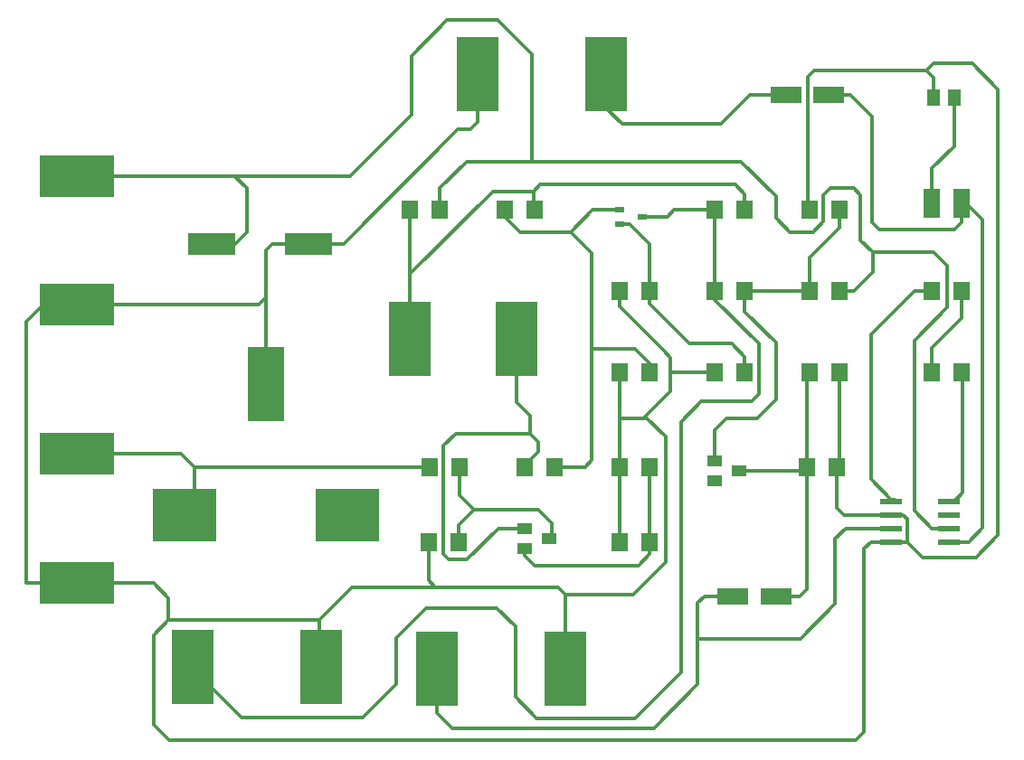
<source format=gbr>
G04 DipTrace 3.2.0.1*
G04 Top.gbr*
%MOIN*%
G04 #@! TF.FileFunction,Copper,L1,Top*
G04 #@! TF.Part,Single*
G04 #@! TA.AperFunction,Conductor*
%ADD13C,0.012992*%
%ADD14R,0.062992X0.070866*%
%ADD15R,0.11811X0.059055*%
%ADD16R,0.051181X0.059055*%
%ADD18R,0.177165X0.082677*%
%ADD19R,0.23622X0.19685*%
%ADD20R,0.137795X0.275591*%
%ADD22R,0.055118X0.03937*%
%ADD23R,0.275591X0.15748*%
%ADD24R,0.15748X0.275591*%
%ADD26R,0.037402X0.019685*%
%ADD27R,0.062992X0.106299*%
%ADD28R,0.07874X0.023622*%
%FSLAX26Y26*%
G04*
G70*
G90*
G75*
G01*
G04 Top*
%LPD*%
X2950000Y2000000D2*
D13*
X2943749D1*
Y2489714D1*
X2967520Y2513484D1*
X3380461D1*
X3406445Y2539469D1*
X3548031D1*
X3643749Y2443751D1*
Y799999D1*
X3561467Y717717D1*
X3366142D1*
X3308858Y775000D1*
X3250000D1*
X944490Y1358466D2*
Y1675983D1*
Y1849412D1*
X970471Y1875394D1*
X1101181D1*
X3380461Y2513484D2*
X3406448Y2487497D1*
Y2412500D1*
X3250000Y775000D2*
X3176051D1*
X3150066Y749014D1*
Y75472D1*
X3118344Y43751D1*
X588026D1*
X531303Y100472D1*
Y431299D1*
X587504Y487500D1*
X1143751D1*
X1263644Y607394D1*
X1570866D1*
X2024016D1*
X2050000Y581409D1*
X2300159D1*
X2418749Y700000D1*
Y1162501D1*
X2350000Y1231251D1*
X2337500D1*
X2250000D1*
Y1050000D1*
X944490Y1675983D2*
X918507Y1650000D1*
X250000D1*
X2337500Y1231251D2*
X2437205Y1330955D1*
Y1400000D1*
Y1454921D1*
X2411220Y1480906D1*
X2412845D1*
X2250000Y1643751D1*
Y1700000D1*
X3060236Y1400000D2*
Y1050000D1*
X3050000D1*
X1143751Y487500D2*
Y312500D1*
X1150000D1*
X2050000Y581409D2*
Y306251D1*
X2437205Y1400000D2*
X2600000D1*
X1570866Y607394D2*
X1544882Y633378D1*
Y775000D1*
X2250000Y1050000D2*
Y775000D1*
Y1231251D2*
Y1400000D1*
X1101181Y1875394D2*
X1231643D1*
X1653430Y2297181D1*
X1699016D1*
X1725000Y2323165D1*
Y2500000D1*
X250000Y625000D2*
X531303D1*
X587504Y568799D1*
Y487500D1*
X250000Y1650000D2*
X125000D1*
X62500Y1587500D1*
Y625000D1*
X250000D1*
X3250000Y875000D2*
X3293751D1*
X3308858Y859892D1*
Y775000D1*
X3050000Y1050000D2*
Y900984D1*
X3075984Y875000D1*
X3250000D1*
X2360236Y1050000D2*
Y775000D1*
Y728986D1*
X2318751Y687500D1*
X1937500D1*
X1900000Y725000D1*
Y750197D1*
Y1050000D2*
X1893751D1*
X1950984Y1107234D1*
Y1142766D1*
X1918749Y1175000D1*
Y1241371D1*
X1868701Y1291420D1*
Y1525000D1*
X1918749Y1175000D2*
X1645079D1*
X1600984Y1130906D1*
Y730265D1*
X1620226Y711024D1*
X1687416D1*
X1801392Y825000D1*
X1900000D1*
X1475000Y1525000D2*
Y1762500D1*
X1781251Y2068751D1*
X1931251D1*
X1956251Y2093751D1*
X2674999D1*
X2710236Y2058513D1*
Y2000000D1*
X1931251Y2068751D2*
X1935236Y2000000D1*
X1475000Y1762500D2*
Y1987500D1*
X1462500Y2000000D1*
X1475000D1*
X2360236Y1400000D2*
Y1433514D1*
X2306251Y1487500D1*
X2147232D1*
Y1075984D1*
X2121248Y1050000D1*
X2010236D1*
X2250000Y2000000D2*
X2150181D1*
X2068932Y1918751D1*
X1881251D1*
X1825000Y1975000D1*
Y2000000D1*
X2147232Y1487500D2*
Y1840449D1*
X2068932Y1918751D1*
X2332677Y1974407D2*
X2425249D1*
X2450843Y2000000D1*
X2600000D1*
Y1700000D2*
Y1668110D1*
X2761220Y1506890D1*
Y1319091D1*
X2735236Y1293106D1*
X2549357D1*
X2475000Y1218749D1*
Y293749D1*
X2306251Y125000D1*
X1943751D1*
X1865409Y203341D1*
Y463529D1*
X1797689Y531249D1*
X1535638D1*
X1425000Y420612D1*
Y250000D1*
X1301457Y126457D1*
X854794D1*
X675000Y306251D1*
Y312500D1*
X2600000Y2000000D2*
Y1700000D1*
X2250000Y1948814D2*
X2284836D1*
X2360236Y1873413D1*
Y1700000D1*
Y1652264D1*
X2505610Y1506890D1*
X2661861D1*
X2710236Y1458514D1*
Y1400000D1*
X2600000Y1075000D2*
Y1187500D1*
X2643751Y1231251D1*
X2756251D1*
X2825000Y1300000D1*
Y1509642D1*
X2710236Y1624406D1*
Y1700000D1*
X2950000D2*
Y1823740D1*
X3060236Y1933976D1*
Y2000000D1*
X2710236Y1700000D2*
X2950000D1*
X2939764Y1050000D2*
Y1037598D1*
X2690551D1*
X2939764Y1050000D2*
Y600984D1*
X2913780Y575000D1*
X2825000D1*
X2950000Y1400000D2*
X2939764D1*
Y1050000D1*
X2667520Y575000D2*
X2563762D1*
X2537778Y549016D1*
Y418751D1*
Y250278D1*
X2375000Y87500D1*
X1631251D1*
X1575000Y143751D1*
Y306251D1*
X2537778Y418751D2*
X2916786D1*
X3043749Y545714D1*
Y787499D1*
X3081251Y825000D1*
X3250000D1*
X3400000Y1400000D2*
Y1490266D1*
X3510236Y1600503D1*
Y1700000D1*
X3400000D2*
X3334843D1*
X3175000Y1540157D1*
Y1006251D1*
X3250000Y931251D1*
X3262501D1*
X3256251Y925000D1*
X3250000D1*
X3510236Y1400000D2*
X3512500D1*
Y956249D1*
X3481251Y925000D1*
X3462598D1*
Y775000D2*
X3535236D1*
X3587500Y827264D1*
Y1962500D1*
X3525000Y2025000D1*
X3510236D1*
Y1952362D1*
X3484252Y1926378D1*
X3206319D1*
X3180335Y1952362D1*
Y2344665D1*
X3100000Y2425000D1*
X3020472D1*
X3481251Y2412500D2*
Y2234106D1*
X3400000Y2152856D1*
Y2025000D1*
X2862992Y2425000D2*
X2730685D1*
X2622417Y2316732D1*
X2258268D1*
X2200000Y2375000D1*
Y2500000D1*
X1655118Y775000D2*
Y836367D1*
X1712500Y893751D1*
X1950000D1*
X2000000Y843751D1*
Y787598D1*
X1990551D1*
X1712500Y893751D2*
X1660236Y946014D1*
Y1050000D1*
X1550000D2*
X681251D1*
X631251Y1100000D1*
X299870D1*
X250000D1*
X681251Y1050000D2*
Y875394D1*
X646850D1*
X3462598Y825000D2*
X3400000D1*
X3334843Y890157D1*
Y1518427D1*
X3456249Y1639833D1*
Y1793751D1*
X3406249Y1843751D1*
X3181249D1*
X3137205Y1887795D1*
Y2054921D1*
X3111220Y2080906D1*
X3026969D1*
X3000984Y2054921D1*
Y1957235D1*
X2962500Y1918751D1*
X2877167D1*
X2824854Y1971063D1*
Y2050146D1*
X2696650Y2178350D1*
X1925000D1*
Y2575000D1*
X1800000Y2700000D1*
X1612500D1*
X1481249Y2568749D1*
Y2350000D1*
X1256251Y2125000D1*
X828941D1*
X250000D1*
X828941D2*
X875000Y2078941D1*
Y1918749D1*
X831644Y1875394D1*
X746850D1*
X1925000Y2178350D2*
X1684601D1*
X1585236Y2078986D1*
Y2000000D1*
X3181249Y1843751D2*
Y1770029D1*
X3111220Y1700000D1*
X3060236D1*
D14*
X3400000Y1400000D3*
X3510236D3*
D15*
X3020472Y2425000D3*
X2862992D3*
D14*
X1900000Y1050000D3*
X2010236D3*
D16*
X3481251Y2412500D3*
X3406448D3*
D14*
X2950000Y1400000D3*
X3060236D3*
D15*
X2825000Y575000D3*
X2667520D3*
D18*
X746850Y1875394D3*
X1101181D3*
D14*
X1550000Y1050000D3*
X1660236D3*
X2600000Y1700000D3*
X2710236D3*
Y1400000D3*
X2600000D3*
X2360236Y1050000D3*
X2250000D3*
D19*
X646850Y875393D3*
X1245375D3*
D20*
X944490Y1358466D3*
D22*
X2600000Y1075000D3*
Y1000197D3*
X2690551Y1037598D3*
D23*
X250000Y2125000D3*
Y1650000D3*
Y1100000D3*
Y625000D3*
D24*
X2200000Y2500000D3*
X1725000D3*
X675000Y312500D3*
X1150000D3*
X1575000Y306251D3*
X2050000D3*
X1475000Y1525000D3*
X1868701D3*
D22*
X1900000Y825000D3*
Y750197D3*
X1990551Y787598D3*
D26*
X2250000Y2000000D3*
Y1948814D3*
X2332677Y1974407D3*
D14*
X3400000Y1700000D3*
X3510236D3*
D27*
X3400000Y2025000D3*
X3510236D3*
D14*
X3050000Y1050000D3*
X2939764D3*
X2250000Y1400000D3*
X2360236D3*
X1825000Y2000000D3*
X1935236D3*
X2600000D3*
X2710236D3*
X1475000D3*
X1585236D3*
X2950000Y1700000D3*
X3060236D3*
X2950000Y2000000D3*
X3060236D3*
X2250000Y1700000D3*
X2360236D3*
X1544882Y775000D3*
X1655118D3*
X2250000D3*
X2360236D3*
D28*
X3250000Y925000D3*
Y875000D3*
Y825000D3*
Y775000D3*
X3462598D3*
Y825000D3*
Y875000D3*
Y925000D3*
M02*

</source>
